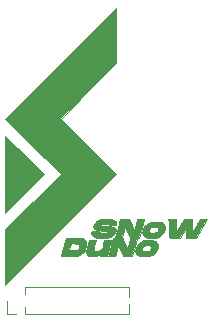
<source format=gto>
%TF.GenerationSoftware,KiCad,Pcbnew,(5.1.6)-1*%
%TF.CreationDate,2020-12-17T15:03:58+07:00*%
%TF.ProjectId,Snowduno,536e6f77-6475-46e6-9f2e-6b696361645f,rev?*%
%TF.SameCoordinates,Original*%
%TF.FileFunction,Legend,Top*%
%TF.FilePolarity,Positive*%
%FSLAX46Y46*%
G04 Gerber Fmt 4.6, Leading zero omitted, Abs format (unit mm)*
G04 Created by KiCad (PCBNEW (5.1.6)-1) date 2020-12-17 15:03:58*
%MOMM*%
%LPD*%
G01*
G04 APERTURE LIST*
%ADD10C,0.010000*%
%ADD11C,0.120000*%
G04 APERTURE END LIST*
D10*
%TO.C,G\u002A\u002A\u002A*%
G36*
X141238199Y-86821069D02*
G01*
X141238199Y-89170575D01*
X138895049Y-91513700D01*
X136551899Y-93856824D01*
X138895046Y-96199996D01*
X141238193Y-98543169D01*
X136545546Y-103235803D01*
X131852900Y-107928437D01*
X131852900Y-103235569D01*
X134195582Y-100889359D01*
X136538264Y-98543150D01*
X131852906Y-93856830D01*
X141238200Y-84471562D01*
X141238199Y-86821069D01*
G37*
X141238199Y-86821069D02*
X141238199Y-89170575D01*
X138895049Y-91513700D01*
X136551899Y-93856824D01*
X138895046Y-96199996D01*
X141238193Y-98543169D01*
X136545546Y-103235803D01*
X131852900Y-107928437D01*
X131852900Y-103235569D01*
X134195582Y-100889359D01*
X136538264Y-98543150D01*
X131852906Y-93856830D01*
X141238200Y-84471562D01*
X141238199Y-86821069D01*
G36*
X139465124Y-104274025D02*
G01*
X139426584Y-104414420D01*
X139394941Y-104532608D01*
X139369717Y-104630684D01*
X139350435Y-104710748D01*
X139336615Y-104774895D01*
X139327780Y-104825224D01*
X139323451Y-104863832D01*
X139323150Y-104892816D01*
X139323368Y-104895818D01*
X139334865Y-104953974D01*
X139359985Y-104997091D01*
X139401137Y-105026702D01*
X139460728Y-105044342D01*
X139541167Y-105051544D01*
X139568468Y-105051900D01*
X139627712Y-105050154D01*
X139685436Y-105045536D01*
X139730757Y-105038970D01*
X139737151Y-105037559D01*
X139781646Y-105023806D01*
X139837197Y-105002324D01*
X139896730Y-104976351D01*
X139953169Y-104949126D01*
X139999440Y-104923886D01*
X140027629Y-104904613D01*
X140037677Y-104891451D01*
X140049335Y-104866982D01*
X140063354Y-104828878D01*
X140080482Y-104774807D01*
X140101467Y-104702441D01*
X140127059Y-104609449D01*
X140149706Y-104524850D01*
X140244103Y-104169250D01*
X140518901Y-104165827D01*
X140599317Y-104164975D01*
X140670396Y-104164510D01*
X140728493Y-104164432D01*
X140769964Y-104164740D01*
X140791163Y-104165434D01*
X140793149Y-104165827D01*
X140789849Y-104178377D01*
X140780557Y-104213225D01*
X140765872Y-104268141D01*
X140746392Y-104340892D01*
X140722714Y-104429246D01*
X140695437Y-104530973D01*
X140665158Y-104643840D01*
X140632476Y-104765616D01*
X140611876Y-104842350D01*
X140431153Y-105515450D01*
X140161576Y-105518877D01*
X140069146Y-105520183D01*
X139999359Y-105520667D01*
X139949459Y-105519169D01*
X139916692Y-105514532D01*
X139898303Y-105505594D01*
X139891536Y-105491199D01*
X139893638Y-105470186D01*
X139901852Y-105441397D01*
X139910584Y-105413286D01*
X139920523Y-105377521D01*
X139925633Y-105353532D01*
X139925623Y-105347990D01*
X139913576Y-105351745D01*
X139885065Y-105364931D01*
X139845929Y-105384824D01*
X139840364Y-105387761D01*
X139743156Y-105432551D01*
X139631482Y-105472903D01*
X139516269Y-105505089D01*
X139463369Y-105516456D01*
X139401559Y-105524845D01*
X139324598Y-105530239D01*
X139240591Y-105532562D01*
X139157641Y-105531738D01*
X139083850Y-105527690D01*
X139028400Y-105520555D01*
X138955918Y-105499401D01*
X138884750Y-105466398D01*
X138822697Y-105425911D01*
X138777565Y-105382303D01*
X138774914Y-105378803D01*
X138749985Y-105341428D01*
X138730900Y-105303249D01*
X138717837Y-105261810D01*
X138710972Y-105214653D01*
X138710483Y-105159323D01*
X138716546Y-105093364D01*
X138729339Y-105014320D01*
X138749039Y-104919734D01*
X138775823Y-104807149D01*
X138809868Y-104674110D01*
X138831668Y-104591645D01*
X138945850Y-104163141D01*
X139220873Y-104163020D01*
X139495897Y-104162900D01*
X139465124Y-104274025D01*
G37*
X139465124Y-104274025D02*
X139426584Y-104414420D01*
X139394941Y-104532608D01*
X139369717Y-104630684D01*
X139350435Y-104710748D01*
X139336615Y-104774895D01*
X139327780Y-104825224D01*
X139323451Y-104863832D01*
X139323150Y-104892816D01*
X139323368Y-104895818D01*
X139334865Y-104953974D01*
X139359985Y-104997091D01*
X139401137Y-105026702D01*
X139460728Y-105044342D01*
X139541167Y-105051544D01*
X139568468Y-105051900D01*
X139627712Y-105050154D01*
X139685436Y-105045536D01*
X139730757Y-105038970D01*
X139737151Y-105037559D01*
X139781646Y-105023806D01*
X139837197Y-105002324D01*
X139896730Y-104976351D01*
X139953169Y-104949126D01*
X139999440Y-104923886D01*
X140027629Y-104904613D01*
X140037677Y-104891451D01*
X140049335Y-104866982D01*
X140063354Y-104828878D01*
X140080482Y-104774807D01*
X140101467Y-104702441D01*
X140127059Y-104609449D01*
X140149706Y-104524850D01*
X140244103Y-104169250D01*
X140518901Y-104165827D01*
X140599317Y-104164975D01*
X140670396Y-104164510D01*
X140728493Y-104164432D01*
X140769964Y-104164740D01*
X140791163Y-104165434D01*
X140793149Y-104165827D01*
X140789849Y-104178377D01*
X140780557Y-104213225D01*
X140765872Y-104268141D01*
X140746392Y-104340892D01*
X140722714Y-104429246D01*
X140695437Y-104530973D01*
X140665158Y-104643840D01*
X140632476Y-104765616D01*
X140611876Y-104842350D01*
X140431153Y-105515450D01*
X140161576Y-105518877D01*
X140069146Y-105520183D01*
X139999359Y-105520667D01*
X139949459Y-105519169D01*
X139916692Y-105514532D01*
X139898303Y-105505594D01*
X139891536Y-105491199D01*
X139893638Y-105470186D01*
X139901852Y-105441397D01*
X139910584Y-105413286D01*
X139920523Y-105377521D01*
X139925633Y-105353532D01*
X139925623Y-105347990D01*
X139913576Y-105351745D01*
X139885065Y-105364931D01*
X139845929Y-105384824D01*
X139840364Y-105387761D01*
X139743156Y-105432551D01*
X139631482Y-105472903D01*
X139516269Y-105505089D01*
X139463369Y-105516456D01*
X139401559Y-105524845D01*
X139324598Y-105530239D01*
X139240591Y-105532562D01*
X139157641Y-105531738D01*
X139083850Y-105527690D01*
X139028400Y-105520555D01*
X138955918Y-105499401D01*
X138884750Y-105466398D01*
X138822697Y-105425911D01*
X138777565Y-105382303D01*
X138774914Y-105378803D01*
X138749985Y-105341428D01*
X138730900Y-105303249D01*
X138717837Y-105261810D01*
X138710972Y-105214653D01*
X138710483Y-105159323D01*
X138716546Y-105093364D01*
X138729339Y-105014320D01*
X138749039Y-104919734D01*
X138775823Y-104807149D01*
X138809868Y-104674110D01*
X138831668Y-104591645D01*
X138945850Y-104163141D01*
X139220873Y-104163020D01*
X139495897Y-104162900D01*
X139465124Y-104274025D01*
G36*
X144072534Y-104140820D02*
G01*
X144230682Y-104151634D01*
X144366682Y-104173438D01*
X144481479Y-104206641D01*
X144576016Y-104251653D01*
X144651237Y-104308883D01*
X144708085Y-104378740D01*
X144734134Y-104427705D01*
X144757128Y-104504781D01*
X144766318Y-104597436D01*
X144762061Y-104700159D01*
X144744711Y-104807442D01*
X144714625Y-104913774D01*
X144700324Y-104951801D01*
X144635167Y-105084643D01*
X144553845Y-105199482D01*
X144455400Y-105297086D01*
X144338869Y-105378217D01*
X144203294Y-105443642D01*
X144047712Y-105494126D01*
X144006800Y-105504218D01*
X143954381Y-105512907D01*
X143882460Y-105519929D01*
X143796885Y-105525176D01*
X143703507Y-105528540D01*
X143608174Y-105529914D01*
X143516736Y-105529189D01*
X143435043Y-105526258D01*
X143368943Y-105521013D01*
X143338274Y-105516536D01*
X143207503Y-105483824D01*
X143098757Y-105439391D01*
X143011286Y-105382760D01*
X142944341Y-105313455D01*
X142900532Y-105238764D01*
X142876669Y-105158027D01*
X142868656Y-105062202D01*
X142875962Y-104955611D01*
X142883227Y-104918434D01*
X143435300Y-104918434D01*
X143441554Y-104968951D01*
X143461624Y-105008432D01*
X143497471Y-105037761D01*
X143551055Y-105057822D01*
X143624337Y-105069501D01*
X143719277Y-105073683D01*
X143778200Y-105073180D01*
X143851942Y-105070988D01*
X143906232Y-105067606D01*
X143947016Y-105062200D01*
X143980238Y-105053942D01*
X144011844Y-105041998D01*
X144016877Y-105039809D01*
X144091882Y-104994053D01*
X144147744Y-104932215D01*
X144183239Y-104856216D01*
X144197140Y-104767977D01*
X144197300Y-104756864D01*
X144190085Y-104703656D01*
X144167365Y-104661983D01*
X144127525Y-104631120D01*
X144068948Y-104610340D01*
X143990019Y-104598919D01*
X143889124Y-104596131D01*
X143842009Y-104597279D01*
X143770648Y-104600519D01*
X143718204Y-104604963D01*
X143678195Y-104611682D01*
X143644138Y-104621749D01*
X143611276Y-104635443D01*
X143540169Y-104681328D01*
X143485576Y-104744482D01*
X143449885Y-104821067D01*
X143435484Y-104907243D01*
X143435300Y-104918434D01*
X142883227Y-104918434D01*
X142898053Y-104842577D01*
X142934396Y-104727421D01*
X142975260Y-104632800D01*
X143023469Y-104553064D01*
X143089078Y-104470892D01*
X143165710Y-104392775D01*
X143246985Y-104325204D01*
X143326526Y-104274671D01*
X143327822Y-104273999D01*
X143454814Y-104218529D01*
X143593031Y-104178075D01*
X143745205Y-104152148D01*
X143914068Y-104140260D01*
X144072534Y-104140820D01*
G37*
X144072534Y-104140820D02*
X144230682Y-104151634D01*
X144366682Y-104173438D01*
X144481479Y-104206641D01*
X144576016Y-104251653D01*
X144651237Y-104308883D01*
X144708085Y-104378740D01*
X144734134Y-104427705D01*
X144757128Y-104504781D01*
X144766318Y-104597436D01*
X144762061Y-104700159D01*
X144744711Y-104807442D01*
X144714625Y-104913774D01*
X144700324Y-104951801D01*
X144635167Y-105084643D01*
X144553845Y-105199482D01*
X144455400Y-105297086D01*
X144338869Y-105378217D01*
X144203294Y-105443642D01*
X144047712Y-105494126D01*
X144006800Y-105504218D01*
X143954381Y-105512907D01*
X143882460Y-105519929D01*
X143796885Y-105525176D01*
X143703507Y-105528540D01*
X143608174Y-105529914D01*
X143516736Y-105529189D01*
X143435043Y-105526258D01*
X143368943Y-105521013D01*
X143338274Y-105516536D01*
X143207503Y-105483824D01*
X143098757Y-105439391D01*
X143011286Y-105382760D01*
X142944341Y-105313455D01*
X142900532Y-105238764D01*
X142876669Y-105158027D01*
X142868656Y-105062202D01*
X142875962Y-104955611D01*
X142883227Y-104918434D01*
X143435300Y-104918434D01*
X143441554Y-104968951D01*
X143461624Y-105008432D01*
X143497471Y-105037761D01*
X143551055Y-105057822D01*
X143624337Y-105069501D01*
X143719277Y-105073683D01*
X143778200Y-105073180D01*
X143851942Y-105070988D01*
X143906232Y-105067606D01*
X143947016Y-105062200D01*
X143980238Y-105053942D01*
X144011844Y-105041998D01*
X144016877Y-105039809D01*
X144091882Y-104994053D01*
X144147744Y-104932215D01*
X144183239Y-104856216D01*
X144197140Y-104767977D01*
X144197300Y-104756864D01*
X144190085Y-104703656D01*
X144167365Y-104661983D01*
X144127525Y-104631120D01*
X144068948Y-104610340D01*
X143990019Y-104598919D01*
X143889124Y-104596131D01*
X143842009Y-104597279D01*
X143770648Y-104600519D01*
X143718204Y-104604963D01*
X143678195Y-104611682D01*
X143644138Y-104621749D01*
X143611276Y-104635443D01*
X143540169Y-104681328D01*
X143485576Y-104744482D01*
X143449885Y-104821067D01*
X143435484Y-104907243D01*
X143435300Y-104918434D01*
X142883227Y-104918434D01*
X142898053Y-104842577D01*
X142934396Y-104727421D01*
X142975260Y-104632800D01*
X143023469Y-104553064D01*
X143089078Y-104470892D01*
X143165710Y-104392775D01*
X143246985Y-104325204D01*
X143326526Y-104274671D01*
X143327822Y-104273999D01*
X143454814Y-104218529D01*
X143593031Y-104178075D01*
X143745205Y-104152148D01*
X143914068Y-104140260D01*
X144072534Y-104140820D01*
G36*
X137618261Y-103934450D02*
G01*
X137769855Y-103934546D01*
X137898415Y-103934878D01*
X138006307Y-103935629D01*
X138095897Y-103936982D01*
X138169550Y-103939121D01*
X138229633Y-103942229D01*
X138278511Y-103946488D01*
X138318551Y-103952081D01*
X138352117Y-103959193D01*
X138381577Y-103968005D01*
X138409295Y-103978702D01*
X138437638Y-103991465D01*
X138453649Y-103999095D01*
X138521006Y-104041990D01*
X138585264Y-104101542D01*
X138639121Y-104169914D01*
X138673778Y-104235330D01*
X138696398Y-104317392D01*
X138708248Y-104414843D01*
X138709125Y-104519977D01*
X138698827Y-104625087D01*
X138685718Y-104691077D01*
X138634867Y-104850779D01*
X138564940Y-104997221D01*
X138477481Y-105128755D01*
X138374034Y-105243730D01*
X138256145Y-105340497D01*
X138125358Y-105417405D01*
X137983218Y-105472804D01*
X137943693Y-105483709D01*
X137919706Y-105489441D01*
X137895393Y-105494242D01*
X137868355Y-105498195D01*
X137836188Y-105501381D01*
X137796490Y-105503882D01*
X137746861Y-105505780D01*
X137684897Y-105507157D01*
X137608198Y-105508095D01*
X137514360Y-105508675D01*
X137400983Y-105508980D01*
X137265664Y-105509091D01*
X137198582Y-105509100D01*
X136553927Y-105509100D01*
X136590945Y-105372575D01*
X136601488Y-105333534D01*
X136617810Y-105272886D01*
X136639124Y-105193563D01*
X136664644Y-105098494D01*
X136686711Y-105016232D01*
X137279549Y-105016232D01*
X137553899Y-105011841D01*
X137644302Y-105010305D01*
X137713316Y-105008669D01*
X137764949Y-105006472D01*
X137803208Y-105003250D01*
X137832103Y-104998544D01*
X137855641Y-104991892D01*
X137877830Y-104982830D01*
X137900631Y-104971905D01*
X137969706Y-104926923D01*
X138023133Y-104866175D01*
X138063474Y-104786408D01*
X138076352Y-104748994D01*
X138097258Y-104657657D01*
X138099124Y-104581371D01*
X138082084Y-104520772D01*
X138046272Y-104476492D01*
X138014731Y-104457526D01*
X137993096Y-104450052D01*
X137963524Y-104444253D01*
X137922484Y-104439847D01*
X137866443Y-104436546D01*
X137791871Y-104434066D01*
X137701250Y-104432222D01*
X137434550Y-104427790D01*
X137357049Y-104722011D01*
X137279549Y-105016232D01*
X136686711Y-105016232D01*
X136693584Y-104990611D01*
X136725158Y-104872844D01*
X136758578Y-104748123D01*
X136793059Y-104619379D01*
X136802217Y-104585175D01*
X136976472Y-103934300D01*
X137618261Y-103934450D01*
G37*
X137618261Y-103934450D02*
X137769855Y-103934546D01*
X137898415Y-103934878D01*
X138006307Y-103935629D01*
X138095897Y-103936982D01*
X138169550Y-103939121D01*
X138229633Y-103942229D01*
X138278511Y-103946488D01*
X138318551Y-103952081D01*
X138352117Y-103959193D01*
X138381577Y-103968005D01*
X138409295Y-103978702D01*
X138437638Y-103991465D01*
X138453649Y-103999095D01*
X138521006Y-104041990D01*
X138585264Y-104101542D01*
X138639121Y-104169914D01*
X138673778Y-104235330D01*
X138696398Y-104317392D01*
X138708248Y-104414843D01*
X138709125Y-104519977D01*
X138698827Y-104625087D01*
X138685718Y-104691077D01*
X138634867Y-104850779D01*
X138564940Y-104997221D01*
X138477481Y-105128755D01*
X138374034Y-105243730D01*
X138256145Y-105340497D01*
X138125358Y-105417405D01*
X137983218Y-105472804D01*
X137943693Y-105483709D01*
X137919706Y-105489441D01*
X137895393Y-105494242D01*
X137868355Y-105498195D01*
X137836188Y-105501381D01*
X137796490Y-105503882D01*
X137746861Y-105505780D01*
X137684897Y-105507157D01*
X137608198Y-105508095D01*
X137514360Y-105508675D01*
X137400983Y-105508980D01*
X137265664Y-105509091D01*
X137198582Y-105509100D01*
X136553927Y-105509100D01*
X136590945Y-105372575D01*
X136601488Y-105333534D01*
X136617810Y-105272886D01*
X136639124Y-105193563D01*
X136664644Y-105098494D01*
X136686711Y-105016232D01*
X137279549Y-105016232D01*
X137553899Y-105011841D01*
X137644302Y-105010305D01*
X137713316Y-105008669D01*
X137764949Y-105006472D01*
X137803208Y-105003250D01*
X137832103Y-104998544D01*
X137855641Y-104991892D01*
X137877830Y-104982830D01*
X137900631Y-104971905D01*
X137969706Y-104926923D01*
X138023133Y-104866175D01*
X138063474Y-104786408D01*
X138076352Y-104748994D01*
X138097258Y-104657657D01*
X138099124Y-104581371D01*
X138082084Y-104520772D01*
X138046272Y-104476492D01*
X138014731Y-104457526D01*
X137993096Y-104450052D01*
X137963524Y-104444253D01*
X137922484Y-104439847D01*
X137866443Y-104436546D01*
X137791871Y-104434066D01*
X137701250Y-104432222D01*
X137434550Y-104427790D01*
X137357049Y-104722011D01*
X137279549Y-105016232D01*
X136686711Y-105016232D01*
X136693584Y-104990611D01*
X136725158Y-104872844D01*
X136758578Y-104748123D01*
X136793059Y-104619379D01*
X136802217Y-104585175D01*
X136976472Y-103934300D01*
X137618261Y-103934450D01*
G36*
X141960657Y-102375195D02*
G01*
X142347240Y-102378550D01*
X142557388Y-102832023D01*
X142603634Y-102931614D01*
X142646489Y-103023511D01*
X142684799Y-103105270D01*
X142717411Y-103174449D01*
X142743174Y-103228606D01*
X142760933Y-103265297D01*
X142769536Y-103282079D01*
X142770155Y-103282873D01*
X142773933Y-103270440D01*
X142783507Y-103236259D01*
X142798115Y-103183122D01*
X142816996Y-103113821D01*
X142839391Y-103031145D01*
X142864537Y-102937888D01*
X142888561Y-102848450D01*
X142915759Y-102747108D01*
X142941068Y-102652966D01*
X142963689Y-102568985D01*
X142982822Y-102498127D01*
X142997667Y-102443353D01*
X143007426Y-102407626D01*
X143011130Y-102394425D01*
X143015121Y-102387290D01*
X143024232Y-102381859D01*
X143041554Y-102377903D01*
X143070175Y-102375192D01*
X143113186Y-102373497D01*
X143173676Y-102372589D01*
X143254734Y-102372238D01*
X143310636Y-102372200D01*
X143603361Y-102372200D01*
X143596785Y-102406595D01*
X143592397Y-102424758D01*
X143582018Y-102465228D01*
X143566236Y-102525780D01*
X143545640Y-102604188D01*
X143520816Y-102698226D01*
X143492353Y-102805669D01*
X143460838Y-102924291D01*
X143426858Y-103051866D01*
X143391001Y-103186168D01*
X143388930Y-103193917D01*
X143187650Y-103946843D01*
X143104260Y-103946921D01*
X143020871Y-103947000D01*
X142812160Y-104727980D01*
X142603450Y-105508961D01*
X142216100Y-105508689D01*
X141828750Y-105508416D01*
X141619200Y-105053133D01*
X141573127Y-104953283D01*
X141530390Y-104861145D01*
X141492137Y-104779160D01*
X141459518Y-104709769D01*
X141433682Y-104655413D01*
X141415777Y-104618534D01*
X141406954Y-104601573D01*
X141406249Y-104600734D01*
X141402458Y-104613031D01*
X141392979Y-104646679D01*
X141378673Y-104698487D01*
X141360403Y-104765266D01*
X141339033Y-104843826D01*
X141315423Y-104930976D01*
X141290437Y-105023527D01*
X141264938Y-105118288D01*
X141239787Y-105212071D01*
X141215847Y-105301684D01*
X141193982Y-105383937D01*
X141175052Y-105455641D01*
X141173520Y-105461475D01*
X141161020Y-105509100D01*
X140567127Y-105509100D01*
X140604145Y-105372575D01*
X140614688Y-105333534D01*
X140631010Y-105272886D01*
X140652324Y-105193563D01*
X140677844Y-105098494D01*
X140706784Y-104990611D01*
X140738358Y-104872844D01*
X140771778Y-104748123D01*
X140806259Y-104619379D01*
X140815417Y-104585175D01*
X140989672Y-103934300D01*
X141072661Y-103934293D01*
X141155650Y-103934287D01*
X141158006Y-103925489D01*
X141750161Y-103925489D01*
X141778098Y-103977519D01*
X141789913Y-104001131D01*
X141810895Y-104044774D01*
X141839609Y-104105399D01*
X141874623Y-104179955D01*
X141914502Y-104265391D01*
X141957815Y-104358658D01*
X141995119Y-104439344D01*
X142038802Y-104533262D01*
X142079223Y-104618720D01*
X142115164Y-104693252D01*
X142145406Y-104754392D01*
X142168730Y-104799676D01*
X142183918Y-104826637D01*
X142189698Y-104833044D01*
X142194184Y-104817396D01*
X142204473Y-104780125D01*
X142219775Y-104724138D01*
X142239300Y-104652342D01*
X142262257Y-104567642D01*
X142287854Y-104472945D01*
X142311534Y-104385150D01*
X142338321Y-104284730D01*
X142362479Y-104192226D01*
X142383313Y-104110452D01*
X142400126Y-104042226D01*
X142412225Y-103990362D01*
X142418912Y-103957676D01*
X142419753Y-103947000D01*
X142412797Y-103934446D01*
X142396395Y-103901328D01*
X142371735Y-103850146D01*
X142340004Y-103783402D01*
X142302389Y-103703597D01*
X142260079Y-103613234D01*
X142214261Y-103514813D01*
X142200291Y-103484697D01*
X142146923Y-103369824D01*
X142103093Y-103276219D01*
X142067824Y-103202031D01*
X142040141Y-103145405D01*
X142019070Y-103104487D01*
X142003635Y-103077426D01*
X141992861Y-103062366D01*
X141985773Y-103057455D01*
X141981396Y-103060839D01*
X141979782Y-103065597D01*
X141974363Y-103086460D01*
X141963210Y-103128671D01*
X141947173Y-103189047D01*
X141927098Y-103264405D01*
X141903834Y-103351561D01*
X141878228Y-103447331D01*
X141860388Y-103513969D01*
X141750161Y-103925489D01*
X141158006Y-103925489D01*
X141364861Y-103153064D01*
X141574073Y-102371841D01*
X141960657Y-102375195D01*
G37*
X141960657Y-102375195D02*
X142347240Y-102378550D01*
X142557388Y-102832023D01*
X142603634Y-102931614D01*
X142646489Y-103023511D01*
X142684799Y-103105270D01*
X142717411Y-103174449D01*
X142743174Y-103228606D01*
X142760933Y-103265297D01*
X142769536Y-103282079D01*
X142770155Y-103282873D01*
X142773933Y-103270440D01*
X142783507Y-103236259D01*
X142798115Y-103183122D01*
X142816996Y-103113821D01*
X142839391Y-103031145D01*
X142864537Y-102937888D01*
X142888561Y-102848450D01*
X142915759Y-102747108D01*
X142941068Y-102652966D01*
X142963689Y-102568985D01*
X142982822Y-102498127D01*
X142997667Y-102443353D01*
X143007426Y-102407626D01*
X143011130Y-102394425D01*
X143015121Y-102387290D01*
X143024232Y-102381859D01*
X143041554Y-102377903D01*
X143070175Y-102375192D01*
X143113186Y-102373497D01*
X143173676Y-102372589D01*
X143254734Y-102372238D01*
X143310636Y-102372200D01*
X143603361Y-102372200D01*
X143596785Y-102406595D01*
X143592397Y-102424758D01*
X143582018Y-102465228D01*
X143566236Y-102525780D01*
X143545640Y-102604188D01*
X143520816Y-102698226D01*
X143492353Y-102805669D01*
X143460838Y-102924291D01*
X143426858Y-103051866D01*
X143391001Y-103186168D01*
X143388930Y-103193917D01*
X143187650Y-103946843D01*
X143104260Y-103946921D01*
X143020871Y-103947000D01*
X142812160Y-104727980D01*
X142603450Y-105508961D01*
X142216100Y-105508689D01*
X141828750Y-105508416D01*
X141619200Y-105053133D01*
X141573127Y-104953283D01*
X141530390Y-104861145D01*
X141492137Y-104779160D01*
X141459518Y-104709769D01*
X141433682Y-104655413D01*
X141415777Y-104618534D01*
X141406954Y-104601573D01*
X141406249Y-104600734D01*
X141402458Y-104613031D01*
X141392979Y-104646679D01*
X141378673Y-104698487D01*
X141360403Y-104765266D01*
X141339033Y-104843826D01*
X141315423Y-104930976D01*
X141290437Y-105023527D01*
X141264938Y-105118288D01*
X141239787Y-105212071D01*
X141215847Y-105301684D01*
X141193982Y-105383937D01*
X141175052Y-105455641D01*
X141173520Y-105461475D01*
X141161020Y-105509100D01*
X140567127Y-105509100D01*
X140604145Y-105372575D01*
X140614688Y-105333534D01*
X140631010Y-105272886D01*
X140652324Y-105193563D01*
X140677844Y-105098494D01*
X140706784Y-104990611D01*
X140738358Y-104872844D01*
X140771778Y-104748123D01*
X140806259Y-104619379D01*
X140815417Y-104585175D01*
X140989672Y-103934300D01*
X141072661Y-103934293D01*
X141155650Y-103934287D01*
X141158006Y-103925489D01*
X141750161Y-103925489D01*
X141778098Y-103977519D01*
X141789913Y-104001131D01*
X141810895Y-104044774D01*
X141839609Y-104105399D01*
X141874623Y-104179955D01*
X141914502Y-104265391D01*
X141957815Y-104358658D01*
X141995119Y-104439344D01*
X142038802Y-104533262D01*
X142079223Y-104618720D01*
X142115164Y-104693252D01*
X142145406Y-104754392D01*
X142168730Y-104799676D01*
X142183918Y-104826637D01*
X142189698Y-104833044D01*
X142194184Y-104817396D01*
X142204473Y-104780125D01*
X142219775Y-104724138D01*
X142239300Y-104652342D01*
X142262257Y-104567642D01*
X142287854Y-104472945D01*
X142311534Y-104385150D01*
X142338321Y-104284730D01*
X142362479Y-104192226D01*
X142383313Y-104110452D01*
X142400126Y-104042226D01*
X142412225Y-103990362D01*
X142418912Y-103957676D01*
X142419753Y-103947000D01*
X142412797Y-103934446D01*
X142396395Y-103901328D01*
X142371735Y-103850146D01*
X142340004Y-103783402D01*
X142302389Y-103703597D01*
X142260079Y-103613234D01*
X142214261Y-103514813D01*
X142200291Y-103484697D01*
X142146923Y-103369824D01*
X142103093Y-103276219D01*
X142067824Y-103202031D01*
X142040141Y-103145405D01*
X142019070Y-103104487D01*
X142003635Y-103077426D01*
X141992861Y-103062366D01*
X141985773Y-103057455D01*
X141981396Y-103060839D01*
X141979782Y-103065597D01*
X141974363Y-103086460D01*
X141963210Y-103128671D01*
X141947173Y-103189047D01*
X141927098Y-103264405D01*
X141903834Y-103351561D01*
X141878228Y-103447331D01*
X141860388Y-103513969D01*
X141750161Y-103925489D01*
X141158006Y-103925489D01*
X141364861Y-103153064D01*
X141574073Y-102371841D01*
X141960657Y-102375195D01*
G36*
X140602275Y-102358404D02*
G01*
X140749864Y-102369407D01*
X140876024Y-102388234D01*
X140982264Y-102415347D01*
X141070092Y-102451210D01*
X141141018Y-102496284D01*
X141196549Y-102551034D01*
X141229464Y-102599539D01*
X141250981Y-102641784D01*
X141262629Y-102679296D01*
X141267203Y-102723640D01*
X141267712Y-102757951D01*
X141268132Y-102803735D01*
X141267586Y-102838989D01*
X141263156Y-102865078D01*
X141251928Y-102883369D01*
X141230984Y-102895227D01*
X141197409Y-102902018D01*
X141148287Y-102905109D01*
X141080701Y-102905864D01*
X140991736Y-102905651D01*
X140952477Y-102905600D01*
X140655766Y-102905600D01*
X140651708Y-102877035D01*
X140644251Y-102857509D01*
X140626391Y-102842158D01*
X140595618Y-102830518D01*
X140549418Y-102822127D01*
X140485282Y-102816521D01*
X140400698Y-102813236D01*
X140298400Y-102811839D01*
X140196017Y-102811692D01*
X140115892Y-102812924D01*
X140054898Y-102815976D01*
X140009911Y-102821289D01*
X139977804Y-102829304D01*
X139955453Y-102840462D01*
X139939732Y-102855204D01*
X139933884Y-102863283D01*
X139920158Y-102887097D01*
X139921514Y-102900772D01*
X139934761Y-102912285D01*
X139957912Y-102920300D01*
X140002113Y-102927594D01*
X140063015Y-102933556D01*
X140105505Y-102936228D01*
X140266465Y-102944742D01*
X140404415Y-102952632D01*
X140521729Y-102960157D01*
X140620783Y-102967576D01*
X140703951Y-102975147D01*
X140773607Y-102983130D01*
X140832127Y-102991784D01*
X140881885Y-103001366D01*
X140925255Y-103012137D01*
X140964613Y-103024355D01*
X140986808Y-103032308D01*
X141057048Y-103066632D01*
X141117761Y-103111561D01*
X141162055Y-103161691D01*
X141170944Y-103176617D01*
X141185685Y-103223608D01*
X141191551Y-103286053D01*
X141188602Y-103355628D01*
X141176900Y-103424011D01*
X141168952Y-103451700D01*
X141121564Y-103567034D01*
X141060675Y-103665339D01*
X140984534Y-103747950D01*
X140891391Y-103816205D01*
X140779494Y-103871441D01*
X140647092Y-103914994D01*
X140526683Y-103942050D01*
X140478501Y-103948528D01*
X140409628Y-103954242D01*
X140324765Y-103959100D01*
X140228615Y-103963013D01*
X140125877Y-103965889D01*
X140021252Y-103967638D01*
X139919442Y-103968169D01*
X139825148Y-103967392D01*
X139743070Y-103965216D01*
X139677909Y-103961550D01*
X139651438Y-103958923D01*
X139581588Y-103947837D01*
X139506885Y-103931984D01*
X139434972Y-103913333D01*
X139373490Y-103893853D01*
X139332188Y-103876626D01*
X139255026Y-103823571D01*
X139197476Y-103755402D01*
X139160400Y-103674140D01*
X139144661Y-103581808D01*
X139151123Y-103480426D01*
X139154799Y-103460944D01*
X139169900Y-103388200D01*
X139468809Y-103388200D01*
X139563971Y-103388353D01*
X139636578Y-103388943D01*
X139689476Y-103390162D01*
X139725508Y-103392204D01*
X139747520Y-103395260D01*
X139758354Y-103399523D01*
X139760856Y-103405188D01*
X139760136Y-103407955D01*
X139763240Y-103431080D01*
X139782103Y-103457257D01*
X139810670Y-103477041D01*
X139853528Y-103492335D01*
X139912749Y-103503389D01*
X139990405Y-103510450D01*
X140088568Y-103513770D01*
X140209311Y-103513596D01*
X140245380Y-103512995D01*
X140344142Y-103510483D01*
X140420613Y-103506790D01*
X140477895Y-103501258D01*
X140519092Y-103493228D01*
X140547305Y-103482043D01*
X140565639Y-103467045D01*
X140577196Y-103447577D01*
X140579295Y-103442194D01*
X140583457Y-103422371D01*
X140578261Y-103406577D01*
X140561216Y-103394153D01*
X140529831Y-103384444D01*
X140481615Y-103376791D01*
X140414078Y-103370538D01*
X140324728Y-103365027D01*
X140277876Y-103362669D01*
X140108250Y-103353385D01*
X139961874Y-103342723D01*
X139836616Y-103330219D01*
X139730341Y-103315414D01*
X139640918Y-103297846D01*
X139566213Y-103277054D01*
X139504092Y-103252576D01*
X139452423Y-103223952D01*
X139409073Y-103190720D01*
X139387953Y-103170259D01*
X139351561Y-103124744D01*
X139330437Y-103076763D01*
X139321437Y-103017536D01*
X139320500Y-102982104D01*
X139332660Y-102875694D01*
X139367318Y-102771898D01*
X139421733Y-102676223D01*
X139493168Y-102594179D01*
X139527905Y-102564867D01*
X139616975Y-102505392D01*
X139715455Y-102456703D01*
X139825840Y-102418222D01*
X139950625Y-102389367D01*
X140092305Y-102369560D01*
X140253376Y-102358219D01*
X140431750Y-102354761D01*
X140602275Y-102358404D01*
G37*
X140602275Y-102358404D02*
X140749864Y-102369407D01*
X140876024Y-102388234D01*
X140982264Y-102415347D01*
X141070092Y-102451210D01*
X141141018Y-102496284D01*
X141196549Y-102551034D01*
X141229464Y-102599539D01*
X141250981Y-102641784D01*
X141262629Y-102679296D01*
X141267203Y-102723640D01*
X141267712Y-102757951D01*
X141268132Y-102803735D01*
X141267586Y-102838989D01*
X141263156Y-102865078D01*
X141251928Y-102883369D01*
X141230984Y-102895227D01*
X141197409Y-102902018D01*
X141148287Y-102905109D01*
X141080701Y-102905864D01*
X140991736Y-102905651D01*
X140952477Y-102905600D01*
X140655766Y-102905600D01*
X140651708Y-102877035D01*
X140644251Y-102857509D01*
X140626391Y-102842158D01*
X140595618Y-102830518D01*
X140549418Y-102822127D01*
X140485282Y-102816521D01*
X140400698Y-102813236D01*
X140298400Y-102811839D01*
X140196017Y-102811692D01*
X140115892Y-102812924D01*
X140054898Y-102815976D01*
X140009911Y-102821289D01*
X139977804Y-102829304D01*
X139955453Y-102840462D01*
X139939732Y-102855204D01*
X139933884Y-102863283D01*
X139920158Y-102887097D01*
X139921514Y-102900772D01*
X139934761Y-102912285D01*
X139957912Y-102920300D01*
X140002113Y-102927594D01*
X140063015Y-102933556D01*
X140105505Y-102936228D01*
X140266465Y-102944742D01*
X140404415Y-102952632D01*
X140521729Y-102960157D01*
X140620783Y-102967576D01*
X140703951Y-102975147D01*
X140773607Y-102983130D01*
X140832127Y-102991784D01*
X140881885Y-103001366D01*
X140925255Y-103012137D01*
X140964613Y-103024355D01*
X140986808Y-103032308D01*
X141057048Y-103066632D01*
X141117761Y-103111561D01*
X141162055Y-103161691D01*
X141170944Y-103176617D01*
X141185685Y-103223608D01*
X141191551Y-103286053D01*
X141188602Y-103355628D01*
X141176900Y-103424011D01*
X141168952Y-103451700D01*
X141121564Y-103567034D01*
X141060675Y-103665339D01*
X140984534Y-103747950D01*
X140891391Y-103816205D01*
X140779494Y-103871441D01*
X140647092Y-103914994D01*
X140526683Y-103942050D01*
X140478501Y-103948528D01*
X140409628Y-103954242D01*
X140324765Y-103959100D01*
X140228615Y-103963013D01*
X140125877Y-103965889D01*
X140021252Y-103967638D01*
X139919442Y-103968169D01*
X139825148Y-103967392D01*
X139743070Y-103965216D01*
X139677909Y-103961550D01*
X139651438Y-103958923D01*
X139581588Y-103947837D01*
X139506885Y-103931984D01*
X139434972Y-103913333D01*
X139373490Y-103893853D01*
X139332188Y-103876626D01*
X139255026Y-103823571D01*
X139197476Y-103755402D01*
X139160400Y-103674140D01*
X139144661Y-103581808D01*
X139151123Y-103480426D01*
X139154799Y-103460944D01*
X139169900Y-103388200D01*
X139468809Y-103388200D01*
X139563971Y-103388353D01*
X139636578Y-103388943D01*
X139689476Y-103390162D01*
X139725508Y-103392204D01*
X139747520Y-103395260D01*
X139758354Y-103399523D01*
X139760856Y-103405188D01*
X139760136Y-103407955D01*
X139763240Y-103431080D01*
X139782103Y-103457257D01*
X139810670Y-103477041D01*
X139853528Y-103492335D01*
X139912749Y-103503389D01*
X139990405Y-103510450D01*
X140088568Y-103513770D01*
X140209311Y-103513596D01*
X140245380Y-103512995D01*
X140344142Y-103510483D01*
X140420613Y-103506790D01*
X140477895Y-103501258D01*
X140519092Y-103493228D01*
X140547305Y-103482043D01*
X140565639Y-103467045D01*
X140577196Y-103447577D01*
X140579295Y-103442194D01*
X140583457Y-103422371D01*
X140578261Y-103406577D01*
X140561216Y-103394153D01*
X140529831Y-103384444D01*
X140481615Y-103376791D01*
X140414078Y-103370538D01*
X140324728Y-103365027D01*
X140277876Y-103362669D01*
X140108250Y-103353385D01*
X139961874Y-103342723D01*
X139836616Y-103330219D01*
X139730341Y-103315414D01*
X139640918Y-103297846D01*
X139566213Y-103277054D01*
X139504092Y-103252576D01*
X139452423Y-103223952D01*
X139409073Y-103190720D01*
X139387953Y-103170259D01*
X139351561Y-103124744D01*
X139330437Y-103076763D01*
X139321437Y-103017536D01*
X139320500Y-102982104D01*
X139332660Y-102875694D01*
X139367318Y-102771898D01*
X139421733Y-102676223D01*
X139493168Y-102594179D01*
X139527905Y-102564867D01*
X139616975Y-102505392D01*
X139715455Y-102456703D01*
X139825840Y-102418222D01*
X139950625Y-102389367D01*
X140092305Y-102369560D01*
X140253376Y-102358219D01*
X140431750Y-102354761D01*
X140602275Y-102358404D01*
G36*
X144669434Y-102578720D02*
G01*
X144827511Y-102589522D01*
X144963445Y-102611299D01*
X145078193Y-102644466D01*
X145172712Y-102689439D01*
X145247962Y-102746631D01*
X145304898Y-102816460D01*
X145331121Y-102865605D01*
X145354388Y-102943226D01*
X145363657Y-103036322D01*
X145359275Y-103139410D01*
X145341589Y-103247004D01*
X145310947Y-103353620D01*
X145298052Y-103387652D01*
X145232889Y-103520870D01*
X145151892Y-103635911D01*
X145054016Y-103733607D01*
X144938218Y-103814793D01*
X144803454Y-103880300D01*
X144648682Y-103930963D01*
X144603700Y-103942118D01*
X144551281Y-103950807D01*
X144479360Y-103957829D01*
X144393785Y-103963076D01*
X144300407Y-103966440D01*
X144205074Y-103967814D01*
X144113636Y-103967089D01*
X144031943Y-103964158D01*
X143965843Y-103958913D01*
X143935174Y-103954436D01*
X143804403Y-103921724D01*
X143695657Y-103877291D01*
X143608186Y-103820660D01*
X143541241Y-103751355D01*
X143497432Y-103676664D01*
X143473569Y-103595927D01*
X143465556Y-103500102D01*
X143472862Y-103393511D01*
X143480127Y-103356334D01*
X144032200Y-103356334D01*
X144038454Y-103406851D01*
X144058524Y-103446332D01*
X144094371Y-103475661D01*
X144147955Y-103495722D01*
X144221237Y-103507401D01*
X144316177Y-103511583D01*
X144375100Y-103511080D01*
X144448842Y-103508888D01*
X144503132Y-103505506D01*
X144543916Y-103500100D01*
X144577138Y-103491842D01*
X144608744Y-103479898D01*
X144613777Y-103477709D01*
X144688782Y-103431953D01*
X144744644Y-103370115D01*
X144780139Y-103294116D01*
X144794040Y-103205877D01*
X144794200Y-103194764D01*
X144786985Y-103141556D01*
X144764265Y-103099883D01*
X144724425Y-103069020D01*
X144665848Y-103048240D01*
X144586919Y-103036819D01*
X144486024Y-103034031D01*
X144438909Y-103035179D01*
X144367548Y-103038419D01*
X144315104Y-103042863D01*
X144275095Y-103049582D01*
X144241038Y-103059649D01*
X144208176Y-103073343D01*
X144137069Y-103119228D01*
X144082476Y-103182382D01*
X144046785Y-103258967D01*
X144032384Y-103345143D01*
X144032200Y-103356334D01*
X143480127Y-103356334D01*
X143494953Y-103280477D01*
X143531296Y-103165321D01*
X143572160Y-103070700D01*
X143620369Y-102990964D01*
X143685978Y-102908792D01*
X143762610Y-102830675D01*
X143843885Y-102763104D01*
X143923426Y-102712571D01*
X143924722Y-102711899D01*
X144051714Y-102656429D01*
X144189931Y-102615975D01*
X144342105Y-102590048D01*
X144510968Y-102578160D01*
X144669434Y-102578720D01*
G37*
X144669434Y-102578720D02*
X144827511Y-102589522D01*
X144963445Y-102611299D01*
X145078193Y-102644466D01*
X145172712Y-102689439D01*
X145247962Y-102746631D01*
X145304898Y-102816460D01*
X145331121Y-102865605D01*
X145354388Y-102943226D01*
X145363657Y-103036322D01*
X145359275Y-103139410D01*
X145341589Y-103247004D01*
X145310947Y-103353620D01*
X145298052Y-103387652D01*
X145232889Y-103520870D01*
X145151892Y-103635911D01*
X145054016Y-103733607D01*
X144938218Y-103814793D01*
X144803454Y-103880300D01*
X144648682Y-103930963D01*
X144603700Y-103942118D01*
X144551281Y-103950807D01*
X144479360Y-103957829D01*
X144393785Y-103963076D01*
X144300407Y-103966440D01*
X144205074Y-103967814D01*
X144113636Y-103967089D01*
X144031943Y-103964158D01*
X143965843Y-103958913D01*
X143935174Y-103954436D01*
X143804403Y-103921724D01*
X143695657Y-103877291D01*
X143608186Y-103820660D01*
X143541241Y-103751355D01*
X143497432Y-103676664D01*
X143473569Y-103595927D01*
X143465556Y-103500102D01*
X143472862Y-103393511D01*
X143480127Y-103356334D01*
X144032200Y-103356334D01*
X144038454Y-103406851D01*
X144058524Y-103446332D01*
X144094371Y-103475661D01*
X144147955Y-103495722D01*
X144221237Y-103507401D01*
X144316177Y-103511583D01*
X144375100Y-103511080D01*
X144448842Y-103508888D01*
X144503132Y-103505506D01*
X144543916Y-103500100D01*
X144577138Y-103491842D01*
X144608744Y-103479898D01*
X144613777Y-103477709D01*
X144688782Y-103431953D01*
X144744644Y-103370115D01*
X144780139Y-103294116D01*
X144794040Y-103205877D01*
X144794200Y-103194764D01*
X144786985Y-103141556D01*
X144764265Y-103099883D01*
X144724425Y-103069020D01*
X144665848Y-103048240D01*
X144586919Y-103036819D01*
X144486024Y-103034031D01*
X144438909Y-103035179D01*
X144367548Y-103038419D01*
X144315104Y-103042863D01*
X144275095Y-103049582D01*
X144241038Y-103059649D01*
X144208176Y-103073343D01*
X144137069Y-103119228D01*
X144082476Y-103182382D01*
X144046785Y-103258967D01*
X144032384Y-103345143D01*
X144032200Y-103356334D01*
X143480127Y-103356334D01*
X143494953Y-103280477D01*
X143531296Y-103165321D01*
X143572160Y-103070700D01*
X143620369Y-102990964D01*
X143685978Y-102908792D01*
X143762610Y-102830675D01*
X143843885Y-102763104D01*
X143923426Y-102712571D01*
X143924722Y-102711899D01*
X144051714Y-102656429D01*
X144189931Y-102615975D01*
X144342105Y-102590048D01*
X144510968Y-102578160D01*
X144669434Y-102578720D01*
G36*
X146311976Y-102826225D02*
G01*
X146314416Y-102935475D01*
X146317081Y-103040351D01*
X146319855Y-103137226D01*
X146322620Y-103222472D01*
X146325262Y-103292464D01*
X146327664Y-103343574D01*
X146329328Y-103368349D01*
X146337250Y-103456449D01*
X146648400Y-102914548D01*
X146959550Y-102372646D01*
X147310248Y-102372423D01*
X147660947Y-102372200D01*
X147668828Y-102515075D01*
X147671382Y-102565981D01*
X147674603Y-102637337D01*
X147678287Y-102724211D01*
X147682230Y-102821667D01*
X147686227Y-102924770D01*
X147690076Y-103028588D01*
X147690221Y-103032600D01*
X147693747Y-103129091D01*
X147697106Y-103218527D01*
X147700157Y-103297418D01*
X147702764Y-103362275D01*
X147704788Y-103409610D01*
X147706092Y-103435932D01*
X147706291Y-103438848D01*
X147711361Y-103438900D01*
X147725468Y-103421414D01*
X147749043Y-103385670D01*
X147782519Y-103330950D01*
X147826327Y-103256537D01*
X147880898Y-103161713D01*
X147946664Y-103045759D01*
X148005925Y-102940337D01*
X148065872Y-102833487D01*
X148122354Y-102733042D01*
X148174095Y-102641256D01*
X148219821Y-102560380D01*
X148258257Y-102492664D01*
X148288127Y-102440360D01*
X148308156Y-102405719D01*
X148317069Y-102390993D01*
X148317075Y-102390984D01*
X148324612Y-102384931D01*
X148339181Y-102380369D01*
X148363737Y-102377154D01*
X148401236Y-102375143D01*
X148454636Y-102374193D01*
X148526891Y-102374161D01*
X148620959Y-102374902D01*
X148643898Y-102375145D01*
X148956647Y-102378550D01*
X148024001Y-103940650D01*
X147583850Y-103943989D01*
X147143700Y-103947329D01*
X147142044Y-103747139D01*
X147140998Y-103663872D01*
X147139193Y-103564901D01*
X147136839Y-103459904D01*
X147134144Y-103358561D01*
X147132519Y-103305650D01*
X147124650Y-103064350D01*
X146882369Y-103502500D01*
X146640089Y-103940650D01*
X146199744Y-103943989D01*
X146082232Y-103944814D01*
X145987646Y-103945250D01*
X145913511Y-103945189D01*
X145857356Y-103944524D01*
X145816707Y-103943149D01*
X145789092Y-103940956D01*
X145772036Y-103937838D01*
X145763067Y-103933689D01*
X145759713Y-103928402D01*
X145759365Y-103924939D01*
X145758593Y-103908415D01*
X145756386Y-103868889D01*
X145752884Y-103808714D01*
X145748228Y-103730238D01*
X145742559Y-103635812D01*
X145736018Y-103527787D01*
X145728746Y-103408512D01*
X145720883Y-103280338D01*
X145715006Y-103185000D01*
X145706776Y-103050973D01*
X145699039Y-102923416D01*
X145691938Y-102804787D01*
X145685615Y-102697546D01*
X145680213Y-102604153D01*
X145675874Y-102527066D01*
X145672742Y-102468744D01*
X145670959Y-102431648D01*
X145670591Y-102419825D01*
X145670500Y-102372200D01*
X146302546Y-102372200D01*
X146311976Y-102826225D01*
G37*
X146311976Y-102826225D02*
X146314416Y-102935475D01*
X146317081Y-103040351D01*
X146319855Y-103137226D01*
X146322620Y-103222472D01*
X146325262Y-103292464D01*
X146327664Y-103343574D01*
X146329328Y-103368349D01*
X146337250Y-103456449D01*
X146648400Y-102914548D01*
X146959550Y-102372646D01*
X147310248Y-102372423D01*
X147660947Y-102372200D01*
X147668828Y-102515075D01*
X147671382Y-102565981D01*
X147674603Y-102637337D01*
X147678287Y-102724211D01*
X147682230Y-102821667D01*
X147686227Y-102924770D01*
X147690076Y-103028588D01*
X147690221Y-103032600D01*
X147693747Y-103129091D01*
X147697106Y-103218527D01*
X147700157Y-103297418D01*
X147702764Y-103362275D01*
X147704788Y-103409610D01*
X147706092Y-103435932D01*
X147706291Y-103438848D01*
X147711361Y-103438900D01*
X147725468Y-103421414D01*
X147749043Y-103385670D01*
X147782519Y-103330950D01*
X147826327Y-103256537D01*
X147880898Y-103161713D01*
X147946664Y-103045759D01*
X148005925Y-102940337D01*
X148065872Y-102833487D01*
X148122354Y-102733042D01*
X148174095Y-102641256D01*
X148219821Y-102560380D01*
X148258257Y-102492664D01*
X148288127Y-102440360D01*
X148308156Y-102405719D01*
X148317069Y-102390993D01*
X148317075Y-102390984D01*
X148324612Y-102384931D01*
X148339181Y-102380369D01*
X148363737Y-102377154D01*
X148401236Y-102375143D01*
X148454636Y-102374193D01*
X148526891Y-102374161D01*
X148620959Y-102374902D01*
X148643898Y-102375145D01*
X148956647Y-102378550D01*
X148024001Y-103940650D01*
X147583850Y-103943989D01*
X147143700Y-103947329D01*
X147142044Y-103747139D01*
X147140998Y-103663872D01*
X147139193Y-103564901D01*
X147136839Y-103459904D01*
X147134144Y-103358561D01*
X147132519Y-103305650D01*
X147124650Y-103064350D01*
X146882369Y-103502500D01*
X146640089Y-103940650D01*
X146199744Y-103943989D01*
X146082232Y-103944814D01*
X145987646Y-103945250D01*
X145913511Y-103945189D01*
X145857356Y-103944524D01*
X145816707Y-103943149D01*
X145789092Y-103940956D01*
X145772036Y-103937838D01*
X145763067Y-103933689D01*
X145759713Y-103928402D01*
X145759365Y-103924939D01*
X145758593Y-103908415D01*
X145756386Y-103868889D01*
X145752884Y-103808714D01*
X145748228Y-103730238D01*
X145742559Y-103635812D01*
X145736018Y-103527787D01*
X145728746Y-103408512D01*
X145720883Y-103280338D01*
X145715006Y-103185000D01*
X145706776Y-103050973D01*
X145699039Y-102923416D01*
X145691938Y-102804787D01*
X145685615Y-102697546D01*
X145680213Y-102604153D01*
X145675874Y-102527066D01*
X145672742Y-102468744D01*
X145670959Y-102431648D01*
X145670591Y-102419825D01*
X145670500Y-102372200D01*
X146302546Y-102372200D01*
X146311976Y-102826225D01*
G36*
X135110425Y-98562187D02*
G01*
X133484856Y-100187793D01*
X133315316Y-100357285D01*
X133150564Y-100521889D01*
X132991500Y-100680709D01*
X132839023Y-100832853D01*
X132694033Y-100977424D01*
X132557431Y-101113529D01*
X132430115Y-101240274D01*
X132312985Y-101356763D01*
X132206941Y-101462102D01*
X132112883Y-101555397D01*
X132031711Y-101635753D01*
X131964324Y-101702276D01*
X131911621Y-101754071D01*
X131874504Y-101790243D01*
X131853871Y-101809899D01*
X131849743Y-101813400D01*
X131848906Y-101800876D01*
X131848089Y-101764014D01*
X131847294Y-101703875D01*
X131846525Y-101621518D01*
X131845785Y-101518006D01*
X131845077Y-101394400D01*
X131844405Y-101251761D01*
X131843770Y-101091149D01*
X131843177Y-100913627D01*
X131842629Y-100720254D01*
X131842128Y-100512093D01*
X131841677Y-100290204D01*
X131841281Y-100055649D01*
X131840941Y-99809489D01*
X131840661Y-99552784D01*
X131840445Y-99286596D01*
X131840295Y-99011987D01*
X131840214Y-98730016D01*
X131840200Y-98552681D01*
X131840200Y-95291962D01*
X135110425Y-98562187D01*
G37*
X135110425Y-98562187D02*
X133484856Y-100187793D01*
X133315316Y-100357285D01*
X133150564Y-100521889D01*
X132991500Y-100680709D01*
X132839023Y-100832853D01*
X132694033Y-100977424D01*
X132557431Y-101113529D01*
X132430115Y-101240274D01*
X132312985Y-101356763D01*
X132206941Y-101462102D01*
X132112883Y-101555397D01*
X132031711Y-101635753D01*
X131964324Y-101702276D01*
X131911621Y-101754071D01*
X131874504Y-101790243D01*
X131853871Y-101809899D01*
X131849743Y-101813400D01*
X131848906Y-101800876D01*
X131848089Y-101764014D01*
X131847294Y-101703875D01*
X131846525Y-101621518D01*
X131845785Y-101518006D01*
X131845077Y-101394400D01*
X131844405Y-101251761D01*
X131843770Y-101091149D01*
X131843177Y-100913627D01*
X131842629Y-100720254D01*
X131842128Y-100512093D01*
X131841677Y-100290204D01*
X131841281Y-100055649D01*
X131840941Y-99809489D01*
X131840661Y-99552784D01*
X131840445Y-99286596D01*
X131840295Y-99011987D01*
X131840214Y-98730016D01*
X131840200Y-98552681D01*
X131840200Y-95291962D01*
X135110425Y-98562187D01*
D11*
%TO.C,J1*%
X142345000Y-110370000D02*
X142345000Y-109567530D01*
X142345000Y-108952470D02*
X142345000Y-108150000D01*
X133520000Y-110370000D02*
X142345000Y-110370000D01*
X133520000Y-108150000D02*
X142345000Y-108150000D01*
X133520000Y-110370000D02*
X133520000Y-109823471D01*
X133520000Y-108696529D02*
X133520000Y-108150000D01*
X132760000Y-110370000D02*
X132000000Y-110370000D01*
X132000000Y-110370000D02*
X132000000Y-109260000D01*
%TD*%
M02*

</source>
